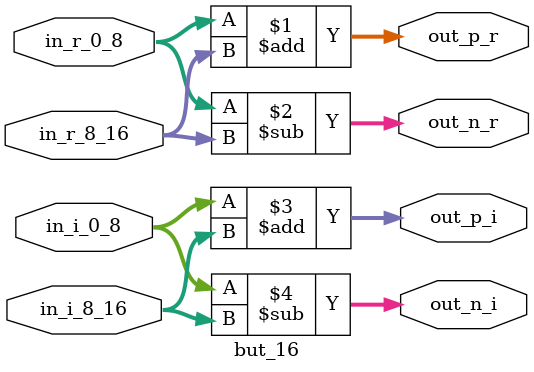
<source format=v>

`timescale 1ns/1fs
module but_16(
    input   wire    signed  [14:0]    in_r_0_8,
    input   wire    signed  [14:0]    in_r_8_16,
    
    input   wire    signed  [14:0]    in_i_0_8,
    input   wire    signed  [14:0]    in_i_8_16,

    output  wire    signed  [15:0]    out_p_r,
    output  wire    signed  [15:0]    out_n_r,

    output  wire    signed  [15:0]    out_p_i,
    output  wire    signed  [15:0]    out_n_i
	);

    
    
    assign  out_p_r  = in_r_0_8 + in_r_8_16   ;
    assign  out_n_r  = in_r_0_8 - in_r_8_16   ;

    assign  out_p_i  = in_i_0_8 + in_i_8_16   ;
    assign  out_n_i  = in_i_0_8 - in_i_8_16   ;






endmodule

</source>
